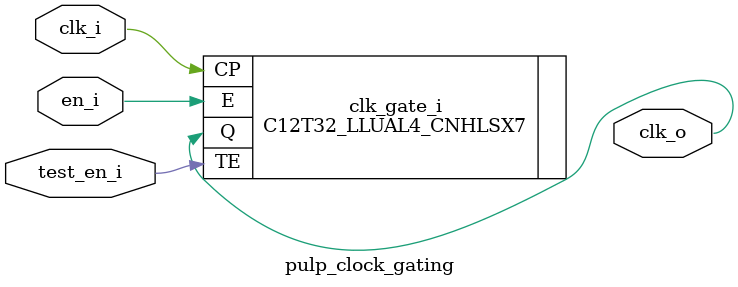
<source format=sv>

module pulp_clock_gating
  (
   input  logic clk_i,
   input  logic en_i,
   input  logic test_en_i,
   output logic clk_o
   );
   
   C12T32_LLUAL4_CNHLSX7
     clk_gate_i (
		 .Q(clk_o),
		 .CP(clk_i),
		 .E(en_i),
		 .TE(test_en_i)
		 );
   
endmodule

</source>
